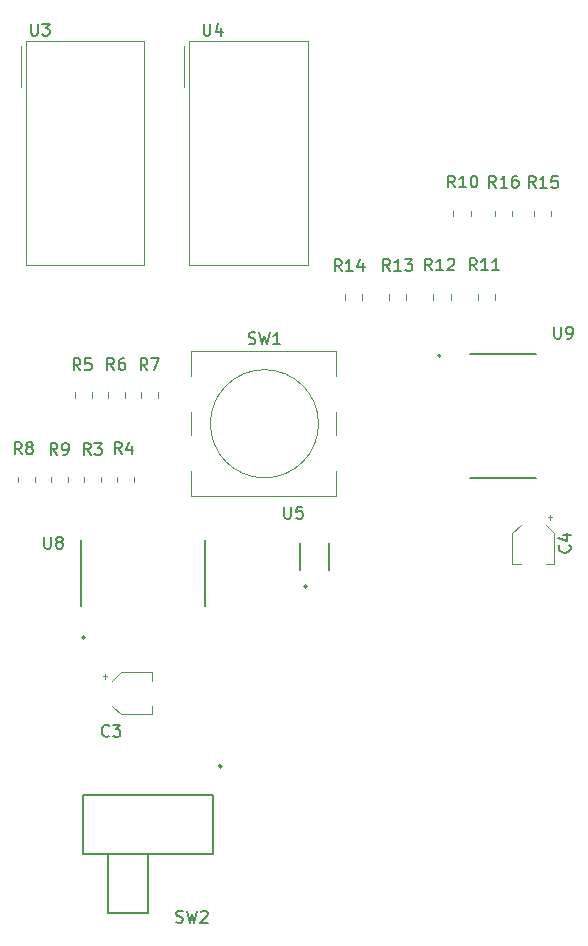
<source format=gbr>
%TF.GenerationSoftware,KiCad,Pcbnew,7.0.9*%
%TF.CreationDate,2023-12-30T23:58:47+01:00*%
%TF.ProjectId,Counter,436f756e-7465-4722-9e6b-696361645f70,rev?*%
%TF.SameCoordinates,Original*%
%TF.FileFunction,Legend,Top*%
%TF.FilePolarity,Positive*%
%FSLAX46Y46*%
G04 Gerber Fmt 4.6, Leading zero omitted, Abs format (unit mm)*
G04 Created by KiCad (PCBNEW 7.0.9) date 2023-12-30 23:58:47*
%MOMM*%
%LPD*%
G01*
G04 APERTURE LIST*
%ADD10C,0.150000*%
%ADD11C,0.120000*%
%ADD12C,0.127000*%
%ADD13C,0.152400*%
%ADD14C,0.200000*%
G04 APERTURE END LIST*
D10*
X103378095Y-106134819D02*
X103378095Y-106944342D01*
X103378095Y-106944342D02*
X103425714Y-107039580D01*
X103425714Y-107039580D02*
X103473333Y-107087200D01*
X103473333Y-107087200D02*
X103568571Y-107134819D01*
X103568571Y-107134819D02*
X103759047Y-107134819D01*
X103759047Y-107134819D02*
X103854285Y-107087200D01*
X103854285Y-107087200D02*
X103901904Y-107039580D01*
X103901904Y-107039580D02*
X103949523Y-106944342D01*
X103949523Y-106944342D02*
X103949523Y-106134819D01*
X104568571Y-106563390D02*
X104473333Y-106515771D01*
X104473333Y-106515771D02*
X104425714Y-106468152D01*
X104425714Y-106468152D02*
X104378095Y-106372914D01*
X104378095Y-106372914D02*
X104378095Y-106325295D01*
X104378095Y-106325295D02*
X104425714Y-106230057D01*
X104425714Y-106230057D02*
X104473333Y-106182438D01*
X104473333Y-106182438D02*
X104568571Y-106134819D01*
X104568571Y-106134819D02*
X104759047Y-106134819D01*
X104759047Y-106134819D02*
X104854285Y-106182438D01*
X104854285Y-106182438D02*
X104901904Y-106230057D01*
X104901904Y-106230057D02*
X104949523Y-106325295D01*
X104949523Y-106325295D02*
X104949523Y-106372914D01*
X104949523Y-106372914D02*
X104901904Y-106468152D01*
X104901904Y-106468152D02*
X104854285Y-106515771D01*
X104854285Y-106515771D02*
X104759047Y-106563390D01*
X104759047Y-106563390D02*
X104568571Y-106563390D01*
X104568571Y-106563390D02*
X104473333Y-106611009D01*
X104473333Y-106611009D02*
X104425714Y-106658628D01*
X104425714Y-106658628D02*
X104378095Y-106753866D01*
X104378095Y-106753866D02*
X104378095Y-106944342D01*
X104378095Y-106944342D02*
X104425714Y-107039580D01*
X104425714Y-107039580D02*
X104473333Y-107087200D01*
X104473333Y-107087200D02*
X104568571Y-107134819D01*
X104568571Y-107134819D02*
X104759047Y-107134819D01*
X104759047Y-107134819D02*
X104854285Y-107087200D01*
X104854285Y-107087200D02*
X104901904Y-107039580D01*
X104901904Y-107039580D02*
X104949523Y-106944342D01*
X104949523Y-106944342D02*
X104949523Y-106753866D01*
X104949523Y-106753866D02*
X104901904Y-106658628D01*
X104901904Y-106658628D02*
X104854285Y-106611009D01*
X104854285Y-106611009D02*
X104759047Y-106563390D01*
X109283539Y-92002816D02*
X108950206Y-91526625D01*
X108712111Y-92002816D02*
X108712111Y-91002816D01*
X108712111Y-91002816D02*
X109093063Y-91002816D01*
X109093063Y-91002816D02*
X109188301Y-91050435D01*
X109188301Y-91050435D02*
X109235920Y-91098054D01*
X109235920Y-91098054D02*
X109283539Y-91193292D01*
X109283539Y-91193292D02*
X109283539Y-91336149D01*
X109283539Y-91336149D02*
X109235920Y-91431387D01*
X109235920Y-91431387D02*
X109188301Y-91479006D01*
X109188301Y-91479006D02*
X109093063Y-91526625D01*
X109093063Y-91526625D02*
X108712111Y-91526625D01*
X110140682Y-91002816D02*
X109950206Y-91002816D01*
X109950206Y-91002816D02*
X109854968Y-91050435D01*
X109854968Y-91050435D02*
X109807349Y-91098054D01*
X109807349Y-91098054D02*
X109712111Y-91240911D01*
X109712111Y-91240911D02*
X109664492Y-91431387D01*
X109664492Y-91431387D02*
X109664492Y-91812339D01*
X109664492Y-91812339D02*
X109712111Y-91907577D01*
X109712111Y-91907577D02*
X109759730Y-91955197D01*
X109759730Y-91955197D02*
X109854968Y-92002816D01*
X109854968Y-92002816D02*
X110045444Y-92002816D01*
X110045444Y-92002816D02*
X110140682Y-91955197D01*
X110140682Y-91955197D02*
X110188301Y-91907577D01*
X110188301Y-91907577D02*
X110235920Y-91812339D01*
X110235920Y-91812339D02*
X110235920Y-91574244D01*
X110235920Y-91574244D02*
X110188301Y-91479006D01*
X110188301Y-91479006D02*
X110140682Y-91431387D01*
X110140682Y-91431387D02*
X110045444Y-91383768D01*
X110045444Y-91383768D02*
X109854968Y-91383768D01*
X109854968Y-91383768D02*
X109759730Y-91431387D01*
X109759730Y-91431387D02*
X109712111Y-91479006D01*
X109712111Y-91479006D02*
X109664492Y-91574244D01*
X108868985Y-122961933D02*
X108821366Y-123009553D01*
X108821366Y-123009553D02*
X108678509Y-123057172D01*
X108678509Y-123057172D02*
X108583271Y-123057172D01*
X108583271Y-123057172D02*
X108440414Y-123009553D01*
X108440414Y-123009553D02*
X108345176Y-122914314D01*
X108345176Y-122914314D02*
X108297557Y-122819076D01*
X108297557Y-122819076D02*
X108249938Y-122628600D01*
X108249938Y-122628600D02*
X108249938Y-122485743D01*
X108249938Y-122485743D02*
X108297557Y-122295267D01*
X108297557Y-122295267D02*
X108345176Y-122200029D01*
X108345176Y-122200029D02*
X108440414Y-122104791D01*
X108440414Y-122104791D02*
X108583271Y-122057172D01*
X108583271Y-122057172D02*
X108678509Y-122057172D01*
X108678509Y-122057172D02*
X108821366Y-122104791D01*
X108821366Y-122104791D02*
X108868985Y-122152410D01*
X109202319Y-122057172D02*
X109821366Y-122057172D01*
X109821366Y-122057172D02*
X109488033Y-122438124D01*
X109488033Y-122438124D02*
X109630890Y-122438124D01*
X109630890Y-122438124D02*
X109726128Y-122485743D01*
X109726128Y-122485743D02*
X109773747Y-122533362D01*
X109773747Y-122533362D02*
X109821366Y-122628600D01*
X109821366Y-122628600D02*
X109821366Y-122866695D01*
X109821366Y-122866695D02*
X109773747Y-122961933D01*
X109773747Y-122961933D02*
X109726128Y-123009553D01*
X109726128Y-123009553D02*
X109630890Y-123057172D01*
X109630890Y-123057172D02*
X109345176Y-123057172D01*
X109345176Y-123057172D02*
X109249938Y-123009553D01*
X109249938Y-123009553D02*
X109202319Y-122961933D01*
X101462333Y-99139376D02*
X101129000Y-98663185D01*
X100890905Y-99139376D02*
X100890905Y-98139376D01*
X100890905Y-98139376D02*
X101271857Y-98139376D01*
X101271857Y-98139376D02*
X101367095Y-98186995D01*
X101367095Y-98186995D02*
X101414714Y-98234614D01*
X101414714Y-98234614D02*
X101462333Y-98329852D01*
X101462333Y-98329852D02*
X101462333Y-98472709D01*
X101462333Y-98472709D02*
X101414714Y-98567947D01*
X101414714Y-98567947D02*
X101367095Y-98615566D01*
X101367095Y-98615566D02*
X101271857Y-98663185D01*
X101271857Y-98663185D02*
X100890905Y-98663185D01*
X102033762Y-98567947D02*
X101938524Y-98520328D01*
X101938524Y-98520328D02*
X101890905Y-98472709D01*
X101890905Y-98472709D02*
X101843286Y-98377471D01*
X101843286Y-98377471D02*
X101843286Y-98329852D01*
X101843286Y-98329852D02*
X101890905Y-98234614D01*
X101890905Y-98234614D02*
X101938524Y-98186995D01*
X101938524Y-98186995D02*
X102033762Y-98139376D01*
X102033762Y-98139376D02*
X102224238Y-98139376D01*
X102224238Y-98139376D02*
X102319476Y-98186995D01*
X102319476Y-98186995D02*
X102367095Y-98234614D01*
X102367095Y-98234614D02*
X102414714Y-98329852D01*
X102414714Y-98329852D02*
X102414714Y-98377471D01*
X102414714Y-98377471D02*
X102367095Y-98472709D01*
X102367095Y-98472709D02*
X102319476Y-98520328D01*
X102319476Y-98520328D02*
X102224238Y-98567947D01*
X102224238Y-98567947D02*
X102033762Y-98567947D01*
X102033762Y-98567947D02*
X101938524Y-98615566D01*
X101938524Y-98615566D02*
X101890905Y-98663185D01*
X101890905Y-98663185D02*
X101843286Y-98758423D01*
X101843286Y-98758423D02*
X101843286Y-98948899D01*
X101843286Y-98948899D02*
X101890905Y-99044137D01*
X101890905Y-99044137D02*
X101938524Y-99091757D01*
X101938524Y-99091757D02*
X102033762Y-99139376D01*
X102033762Y-99139376D02*
X102224238Y-99139376D01*
X102224238Y-99139376D02*
X102319476Y-99091757D01*
X102319476Y-99091757D02*
X102367095Y-99044137D01*
X102367095Y-99044137D02*
X102414714Y-98948899D01*
X102414714Y-98948899D02*
X102414714Y-98758423D01*
X102414714Y-98758423D02*
X102367095Y-98663185D01*
X102367095Y-98663185D02*
X102319476Y-98615566D01*
X102319476Y-98615566D02*
X102224238Y-98567947D01*
X141628905Y-76559464D02*
X141295572Y-76083273D01*
X141057477Y-76559464D02*
X141057477Y-75559464D01*
X141057477Y-75559464D02*
X141438429Y-75559464D01*
X141438429Y-75559464D02*
X141533667Y-75607083D01*
X141533667Y-75607083D02*
X141581286Y-75654702D01*
X141581286Y-75654702D02*
X141628905Y-75749940D01*
X141628905Y-75749940D02*
X141628905Y-75892797D01*
X141628905Y-75892797D02*
X141581286Y-75988035D01*
X141581286Y-75988035D02*
X141533667Y-76035654D01*
X141533667Y-76035654D02*
X141438429Y-76083273D01*
X141438429Y-76083273D02*
X141057477Y-76083273D01*
X142581286Y-76559464D02*
X142009858Y-76559464D01*
X142295572Y-76559464D02*
X142295572Y-75559464D01*
X142295572Y-75559464D02*
X142200334Y-75702321D01*
X142200334Y-75702321D02*
X142105096Y-75797559D01*
X142105096Y-75797559D02*
X142009858Y-75845178D01*
X143438429Y-75559464D02*
X143247953Y-75559464D01*
X143247953Y-75559464D02*
X143152715Y-75607083D01*
X143152715Y-75607083D02*
X143105096Y-75654702D01*
X143105096Y-75654702D02*
X143009858Y-75797559D01*
X143009858Y-75797559D02*
X142962239Y-75988035D01*
X142962239Y-75988035D02*
X142962239Y-76368987D01*
X142962239Y-76368987D02*
X143009858Y-76464225D01*
X143009858Y-76464225D02*
X143057477Y-76511845D01*
X143057477Y-76511845D02*
X143152715Y-76559464D01*
X143152715Y-76559464D02*
X143343191Y-76559464D01*
X143343191Y-76559464D02*
X143438429Y-76511845D01*
X143438429Y-76511845D02*
X143486048Y-76464225D01*
X143486048Y-76464225D02*
X143533667Y-76368987D01*
X143533667Y-76368987D02*
X143533667Y-76130892D01*
X143533667Y-76130892D02*
X143486048Y-76035654D01*
X143486048Y-76035654D02*
X143438429Y-75988035D01*
X143438429Y-75988035D02*
X143343191Y-75940416D01*
X143343191Y-75940416D02*
X143152715Y-75940416D01*
X143152715Y-75940416D02*
X143057477Y-75988035D01*
X143057477Y-75988035D02*
X143009858Y-76035654D01*
X143009858Y-76035654D02*
X142962239Y-76130892D01*
X114545818Y-138746660D02*
X114688897Y-138794352D01*
X114688897Y-138794352D02*
X114927361Y-138794352D01*
X114927361Y-138794352D02*
X115022747Y-138746660D01*
X115022747Y-138746660D02*
X115070440Y-138698967D01*
X115070440Y-138698967D02*
X115118133Y-138603581D01*
X115118133Y-138603581D02*
X115118133Y-138508195D01*
X115118133Y-138508195D02*
X115070440Y-138412809D01*
X115070440Y-138412809D02*
X115022747Y-138365116D01*
X115022747Y-138365116D02*
X114927361Y-138317423D01*
X114927361Y-138317423D02*
X114736590Y-138269730D01*
X114736590Y-138269730D02*
X114641204Y-138222038D01*
X114641204Y-138222038D02*
X114593511Y-138174345D01*
X114593511Y-138174345D02*
X114545818Y-138078959D01*
X114545818Y-138078959D02*
X114545818Y-137983573D01*
X114545818Y-137983573D02*
X114593511Y-137888187D01*
X114593511Y-137888187D02*
X114641204Y-137840494D01*
X114641204Y-137840494D02*
X114736590Y-137792801D01*
X114736590Y-137792801D02*
X114975054Y-137792801D01*
X114975054Y-137792801D02*
X115118133Y-137840494D01*
X115451983Y-137792801D02*
X115690448Y-138794352D01*
X115690448Y-138794352D02*
X115881219Y-138078959D01*
X115881219Y-138078959D02*
X116071991Y-138794352D01*
X116071991Y-138794352D02*
X116310456Y-137792801D01*
X116644306Y-137888187D02*
X116691999Y-137840494D01*
X116691999Y-137840494D02*
X116787385Y-137792801D01*
X116787385Y-137792801D02*
X117025849Y-137792801D01*
X117025849Y-137792801D02*
X117121235Y-137840494D01*
X117121235Y-137840494D02*
X117168928Y-137888187D01*
X117168928Y-137888187D02*
X117216621Y-137983573D01*
X117216621Y-137983573D02*
X117216621Y-138078959D01*
X117216621Y-138078959D02*
X117168928Y-138222038D01*
X117168928Y-138222038D02*
X116596613Y-138794352D01*
X116596613Y-138794352D02*
X117216621Y-138794352D01*
X132643977Y-83618838D02*
X132310644Y-83142647D01*
X132072549Y-83618838D02*
X132072549Y-82618838D01*
X132072549Y-82618838D02*
X132453501Y-82618838D01*
X132453501Y-82618838D02*
X132548739Y-82666457D01*
X132548739Y-82666457D02*
X132596358Y-82714076D01*
X132596358Y-82714076D02*
X132643977Y-82809314D01*
X132643977Y-82809314D02*
X132643977Y-82952171D01*
X132643977Y-82952171D02*
X132596358Y-83047409D01*
X132596358Y-83047409D02*
X132548739Y-83095028D01*
X132548739Y-83095028D02*
X132453501Y-83142647D01*
X132453501Y-83142647D02*
X132072549Y-83142647D01*
X133596358Y-83618838D02*
X133024930Y-83618838D01*
X133310644Y-83618838D02*
X133310644Y-82618838D01*
X133310644Y-82618838D02*
X133215406Y-82761695D01*
X133215406Y-82761695D02*
X133120168Y-82856933D01*
X133120168Y-82856933D02*
X133024930Y-82904552D01*
X133929692Y-82618838D02*
X134548739Y-82618838D01*
X134548739Y-82618838D02*
X134215406Y-82999790D01*
X134215406Y-82999790D02*
X134358263Y-82999790D01*
X134358263Y-82999790D02*
X134453501Y-83047409D01*
X134453501Y-83047409D02*
X134501120Y-83095028D01*
X134501120Y-83095028D02*
X134548739Y-83190266D01*
X134548739Y-83190266D02*
X134548739Y-83428361D01*
X134548739Y-83428361D02*
X134501120Y-83523599D01*
X134501120Y-83523599D02*
X134453501Y-83571219D01*
X134453501Y-83571219D02*
X134358263Y-83618838D01*
X134358263Y-83618838D02*
X134072549Y-83618838D01*
X134072549Y-83618838D02*
X133977311Y-83571219D01*
X133977311Y-83571219D02*
X133929692Y-83523599D01*
X102250595Y-62694819D02*
X102250595Y-63504342D01*
X102250595Y-63504342D02*
X102298214Y-63599580D01*
X102298214Y-63599580D02*
X102345833Y-63647200D01*
X102345833Y-63647200D02*
X102441071Y-63694819D01*
X102441071Y-63694819D02*
X102631547Y-63694819D01*
X102631547Y-63694819D02*
X102726785Y-63647200D01*
X102726785Y-63647200D02*
X102774404Y-63599580D01*
X102774404Y-63599580D02*
X102822023Y-63504342D01*
X102822023Y-63504342D02*
X102822023Y-62694819D01*
X103202976Y-62694819D02*
X103822023Y-62694819D01*
X103822023Y-62694819D02*
X103488690Y-63075771D01*
X103488690Y-63075771D02*
X103631547Y-63075771D01*
X103631547Y-63075771D02*
X103726785Y-63123390D01*
X103726785Y-63123390D02*
X103774404Y-63171009D01*
X103774404Y-63171009D02*
X103822023Y-63266247D01*
X103822023Y-63266247D02*
X103822023Y-63504342D01*
X103822023Y-63504342D02*
X103774404Y-63599580D01*
X103774404Y-63599580D02*
X103726785Y-63647200D01*
X103726785Y-63647200D02*
X103631547Y-63694819D01*
X103631547Y-63694819D02*
X103345833Y-63694819D01*
X103345833Y-63694819D02*
X103250595Y-63647200D01*
X103250595Y-63647200D02*
X103202976Y-63599580D01*
X107294307Y-99195453D02*
X106960974Y-98719262D01*
X106722879Y-99195453D02*
X106722879Y-98195453D01*
X106722879Y-98195453D02*
X107103831Y-98195453D01*
X107103831Y-98195453D02*
X107199069Y-98243072D01*
X107199069Y-98243072D02*
X107246688Y-98290691D01*
X107246688Y-98290691D02*
X107294307Y-98385929D01*
X107294307Y-98385929D02*
X107294307Y-98528786D01*
X107294307Y-98528786D02*
X107246688Y-98624024D01*
X107246688Y-98624024D02*
X107199069Y-98671643D01*
X107199069Y-98671643D02*
X107103831Y-98719262D01*
X107103831Y-98719262D02*
X106722879Y-98719262D01*
X107627641Y-98195453D02*
X108246688Y-98195453D01*
X108246688Y-98195453D02*
X107913355Y-98576405D01*
X107913355Y-98576405D02*
X108056212Y-98576405D01*
X108056212Y-98576405D02*
X108151450Y-98624024D01*
X108151450Y-98624024D02*
X108199069Y-98671643D01*
X108199069Y-98671643D02*
X108246688Y-98766881D01*
X108246688Y-98766881D02*
X108246688Y-99004976D01*
X108246688Y-99004976D02*
X108199069Y-99100214D01*
X108199069Y-99100214D02*
X108151450Y-99147834D01*
X108151450Y-99147834D02*
X108056212Y-99195453D01*
X108056212Y-99195453D02*
X107770498Y-99195453D01*
X107770498Y-99195453D02*
X107675260Y-99147834D01*
X107675260Y-99147834D02*
X107627641Y-99100214D01*
X139995331Y-83568786D02*
X139661998Y-83092595D01*
X139423903Y-83568786D02*
X139423903Y-82568786D01*
X139423903Y-82568786D02*
X139804855Y-82568786D01*
X139804855Y-82568786D02*
X139900093Y-82616405D01*
X139900093Y-82616405D02*
X139947712Y-82664024D01*
X139947712Y-82664024D02*
X139995331Y-82759262D01*
X139995331Y-82759262D02*
X139995331Y-82902119D01*
X139995331Y-82902119D02*
X139947712Y-82997357D01*
X139947712Y-82997357D02*
X139900093Y-83044976D01*
X139900093Y-83044976D02*
X139804855Y-83092595D01*
X139804855Y-83092595D02*
X139423903Y-83092595D01*
X140947712Y-83568786D02*
X140376284Y-83568786D01*
X140661998Y-83568786D02*
X140661998Y-82568786D01*
X140661998Y-82568786D02*
X140566760Y-82711643D01*
X140566760Y-82711643D02*
X140471522Y-82806881D01*
X140471522Y-82806881D02*
X140376284Y-82854500D01*
X141900093Y-83568786D02*
X141328665Y-83568786D01*
X141614379Y-83568786D02*
X141614379Y-82568786D01*
X141614379Y-82568786D02*
X141519141Y-82711643D01*
X141519141Y-82711643D02*
X141423903Y-82806881D01*
X141423903Y-82806881D02*
X141328665Y-82854500D01*
X136200561Y-83573970D02*
X135867228Y-83097779D01*
X135629133Y-83573970D02*
X135629133Y-82573970D01*
X135629133Y-82573970D02*
X136010085Y-82573970D01*
X136010085Y-82573970D02*
X136105323Y-82621589D01*
X136105323Y-82621589D02*
X136152942Y-82669208D01*
X136152942Y-82669208D02*
X136200561Y-82764446D01*
X136200561Y-82764446D02*
X136200561Y-82907303D01*
X136200561Y-82907303D02*
X136152942Y-83002541D01*
X136152942Y-83002541D02*
X136105323Y-83050160D01*
X136105323Y-83050160D02*
X136010085Y-83097779D01*
X136010085Y-83097779D02*
X135629133Y-83097779D01*
X137152942Y-83573970D02*
X136581514Y-83573970D01*
X136867228Y-83573970D02*
X136867228Y-82573970D01*
X136867228Y-82573970D02*
X136771990Y-82716827D01*
X136771990Y-82716827D02*
X136676752Y-82812065D01*
X136676752Y-82812065D02*
X136581514Y-82859684D01*
X137533895Y-82669208D02*
X137581514Y-82621589D01*
X137581514Y-82621589D02*
X137676752Y-82573970D01*
X137676752Y-82573970D02*
X137914847Y-82573970D01*
X137914847Y-82573970D02*
X138010085Y-82621589D01*
X138010085Y-82621589D02*
X138057704Y-82669208D01*
X138057704Y-82669208D02*
X138105323Y-82764446D01*
X138105323Y-82764446D02*
X138105323Y-82859684D01*
X138105323Y-82859684D02*
X138057704Y-83002541D01*
X138057704Y-83002541D02*
X137486276Y-83573970D01*
X137486276Y-83573970D02*
X138105323Y-83573970D01*
X144978512Y-76591214D02*
X144645179Y-76115023D01*
X144407084Y-76591214D02*
X144407084Y-75591214D01*
X144407084Y-75591214D02*
X144788036Y-75591214D01*
X144788036Y-75591214D02*
X144883274Y-75638833D01*
X144883274Y-75638833D02*
X144930893Y-75686452D01*
X144930893Y-75686452D02*
X144978512Y-75781690D01*
X144978512Y-75781690D02*
X144978512Y-75924547D01*
X144978512Y-75924547D02*
X144930893Y-76019785D01*
X144930893Y-76019785D02*
X144883274Y-76067404D01*
X144883274Y-76067404D02*
X144788036Y-76115023D01*
X144788036Y-76115023D02*
X144407084Y-76115023D01*
X145930893Y-76591214D02*
X145359465Y-76591214D01*
X145645179Y-76591214D02*
X145645179Y-75591214D01*
X145645179Y-75591214D02*
X145549941Y-75734071D01*
X145549941Y-75734071D02*
X145454703Y-75829309D01*
X145454703Y-75829309D02*
X145359465Y-75876928D01*
X146835655Y-75591214D02*
X146359465Y-75591214D01*
X146359465Y-75591214D02*
X146311846Y-76067404D01*
X146311846Y-76067404D02*
X146359465Y-76019785D01*
X146359465Y-76019785D02*
X146454703Y-75972166D01*
X146454703Y-75972166D02*
X146692798Y-75972166D01*
X146692798Y-75972166D02*
X146788036Y-76019785D01*
X146788036Y-76019785D02*
X146835655Y-76067404D01*
X146835655Y-76067404D02*
X146883274Y-76162642D01*
X146883274Y-76162642D02*
X146883274Y-76400737D01*
X146883274Y-76400737D02*
X146835655Y-76495975D01*
X146835655Y-76495975D02*
X146788036Y-76543595D01*
X146788036Y-76543595D02*
X146692798Y-76591214D01*
X146692798Y-76591214D02*
X146454703Y-76591214D01*
X146454703Y-76591214D02*
X146359465Y-76543595D01*
X146359465Y-76543595D02*
X146311846Y-76495975D01*
X116878095Y-62694819D02*
X116878095Y-63504342D01*
X116878095Y-63504342D02*
X116925714Y-63599580D01*
X116925714Y-63599580D02*
X116973333Y-63647200D01*
X116973333Y-63647200D02*
X117068571Y-63694819D01*
X117068571Y-63694819D02*
X117259047Y-63694819D01*
X117259047Y-63694819D02*
X117354285Y-63647200D01*
X117354285Y-63647200D02*
X117401904Y-63599580D01*
X117401904Y-63599580D02*
X117449523Y-63504342D01*
X117449523Y-63504342D02*
X117449523Y-62694819D01*
X118354285Y-63028152D02*
X118354285Y-63694819D01*
X118116190Y-62647200D02*
X117878095Y-63361485D01*
X117878095Y-63361485D02*
X118497142Y-63361485D01*
X128545906Y-83648718D02*
X128212573Y-83172527D01*
X127974478Y-83648718D02*
X127974478Y-82648718D01*
X127974478Y-82648718D02*
X128355430Y-82648718D01*
X128355430Y-82648718D02*
X128450668Y-82696337D01*
X128450668Y-82696337D02*
X128498287Y-82743956D01*
X128498287Y-82743956D02*
X128545906Y-82839194D01*
X128545906Y-82839194D02*
X128545906Y-82982051D01*
X128545906Y-82982051D02*
X128498287Y-83077289D01*
X128498287Y-83077289D02*
X128450668Y-83124908D01*
X128450668Y-83124908D02*
X128355430Y-83172527D01*
X128355430Y-83172527D02*
X127974478Y-83172527D01*
X129498287Y-83648718D02*
X128926859Y-83648718D01*
X129212573Y-83648718D02*
X129212573Y-82648718D01*
X129212573Y-82648718D02*
X129117335Y-82791575D01*
X129117335Y-82791575D02*
X129022097Y-82886813D01*
X129022097Y-82886813D02*
X128926859Y-82934432D01*
X130355430Y-82982051D02*
X130355430Y-83648718D01*
X130117335Y-82601099D02*
X129879240Y-83315384D01*
X129879240Y-83315384D02*
X130498287Y-83315384D01*
X146558095Y-88354819D02*
X146558095Y-89164342D01*
X146558095Y-89164342D02*
X146605714Y-89259580D01*
X146605714Y-89259580D02*
X146653333Y-89307200D01*
X146653333Y-89307200D02*
X146748571Y-89354819D01*
X146748571Y-89354819D02*
X146939047Y-89354819D01*
X146939047Y-89354819D02*
X147034285Y-89307200D01*
X147034285Y-89307200D02*
X147081904Y-89259580D01*
X147081904Y-89259580D02*
X147129523Y-89164342D01*
X147129523Y-89164342D02*
X147129523Y-88354819D01*
X147653333Y-89354819D02*
X147843809Y-89354819D01*
X147843809Y-89354819D02*
X147939047Y-89307200D01*
X147939047Y-89307200D02*
X147986666Y-89259580D01*
X147986666Y-89259580D02*
X148081904Y-89116723D01*
X148081904Y-89116723D02*
X148129523Y-88926247D01*
X148129523Y-88926247D02*
X148129523Y-88545295D01*
X148129523Y-88545295D02*
X148081904Y-88450057D01*
X148081904Y-88450057D02*
X148034285Y-88402438D01*
X148034285Y-88402438D02*
X147939047Y-88354819D01*
X147939047Y-88354819D02*
X147748571Y-88354819D01*
X147748571Y-88354819D02*
X147653333Y-88402438D01*
X147653333Y-88402438D02*
X147605714Y-88450057D01*
X147605714Y-88450057D02*
X147558095Y-88545295D01*
X147558095Y-88545295D02*
X147558095Y-88783390D01*
X147558095Y-88783390D02*
X147605714Y-88878628D01*
X147605714Y-88878628D02*
X147653333Y-88926247D01*
X147653333Y-88926247D02*
X147748571Y-88973866D01*
X147748571Y-88973866D02*
X147939047Y-88973866D01*
X147939047Y-88973866D02*
X148034285Y-88926247D01*
X148034285Y-88926247D02*
X148081904Y-88878628D01*
X148081904Y-88878628D02*
X148129523Y-88783390D01*
X120686667Y-89767200D02*
X120829524Y-89814819D01*
X120829524Y-89814819D02*
X121067619Y-89814819D01*
X121067619Y-89814819D02*
X121162857Y-89767200D01*
X121162857Y-89767200D02*
X121210476Y-89719580D01*
X121210476Y-89719580D02*
X121258095Y-89624342D01*
X121258095Y-89624342D02*
X121258095Y-89529104D01*
X121258095Y-89529104D02*
X121210476Y-89433866D01*
X121210476Y-89433866D02*
X121162857Y-89386247D01*
X121162857Y-89386247D02*
X121067619Y-89338628D01*
X121067619Y-89338628D02*
X120877143Y-89291009D01*
X120877143Y-89291009D02*
X120781905Y-89243390D01*
X120781905Y-89243390D02*
X120734286Y-89195771D01*
X120734286Y-89195771D02*
X120686667Y-89100533D01*
X120686667Y-89100533D02*
X120686667Y-89005295D01*
X120686667Y-89005295D02*
X120734286Y-88910057D01*
X120734286Y-88910057D02*
X120781905Y-88862438D01*
X120781905Y-88862438D02*
X120877143Y-88814819D01*
X120877143Y-88814819D02*
X121115238Y-88814819D01*
X121115238Y-88814819D02*
X121258095Y-88862438D01*
X121591429Y-88814819D02*
X121829524Y-89814819D01*
X121829524Y-89814819D02*
X122020000Y-89100533D01*
X122020000Y-89100533D02*
X122210476Y-89814819D01*
X122210476Y-89814819D02*
X122448572Y-88814819D01*
X123353333Y-89814819D02*
X122781905Y-89814819D01*
X123067619Y-89814819D02*
X123067619Y-88814819D01*
X123067619Y-88814819D02*
X122972381Y-88957676D01*
X122972381Y-88957676D02*
X122877143Y-89052914D01*
X122877143Y-89052914D02*
X122781905Y-89100533D01*
X104490473Y-99195453D02*
X104157140Y-98719262D01*
X103919045Y-99195453D02*
X103919045Y-98195453D01*
X103919045Y-98195453D02*
X104299997Y-98195453D01*
X104299997Y-98195453D02*
X104395235Y-98243072D01*
X104395235Y-98243072D02*
X104442854Y-98290691D01*
X104442854Y-98290691D02*
X104490473Y-98385929D01*
X104490473Y-98385929D02*
X104490473Y-98528786D01*
X104490473Y-98528786D02*
X104442854Y-98624024D01*
X104442854Y-98624024D02*
X104395235Y-98671643D01*
X104395235Y-98671643D02*
X104299997Y-98719262D01*
X104299997Y-98719262D02*
X103919045Y-98719262D01*
X104966664Y-99195453D02*
X105157140Y-99195453D01*
X105157140Y-99195453D02*
X105252378Y-99147834D01*
X105252378Y-99147834D02*
X105299997Y-99100214D01*
X105299997Y-99100214D02*
X105395235Y-98957357D01*
X105395235Y-98957357D02*
X105442854Y-98766881D01*
X105442854Y-98766881D02*
X105442854Y-98385929D01*
X105442854Y-98385929D02*
X105395235Y-98290691D01*
X105395235Y-98290691D02*
X105347616Y-98243072D01*
X105347616Y-98243072D02*
X105252378Y-98195453D01*
X105252378Y-98195453D02*
X105061902Y-98195453D01*
X105061902Y-98195453D02*
X104966664Y-98243072D01*
X104966664Y-98243072D02*
X104919045Y-98290691D01*
X104919045Y-98290691D02*
X104871426Y-98385929D01*
X104871426Y-98385929D02*
X104871426Y-98624024D01*
X104871426Y-98624024D02*
X104919045Y-98719262D01*
X104919045Y-98719262D02*
X104966664Y-98766881D01*
X104966664Y-98766881D02*
X105061902Y-98814500D01*
X105061902Y-98814500D02*
X105252378Y-98814500D01*
X105252378Y-98814500D02*
X105347616Y-98766881D01*
X105347616Y-98766881D02*
X105395235Y-98719262D01*
X105395235Y-98719262D02*
X105442854Y-98624024D01*
X147839580Y-106846666D02*
X147887200Y-106894285D01*
X147887200Y-106894285D02*
X147934819Y-107037142D01*
X147934819Y-107037142D02*
X147934819Y-107132380D01*
X147934819Y-107132380D02*
X147887200Y-107275237D01*
X147887200Y-107275237D02*
X147791961Y-107370475D01*
X147791961Y-107370475D02*
X147696723Y-107418094D01*
X147696723Y-107418094D02*
X147506247Y-107465713D01*
X147506247Y-107465713D02*
X147363390Y-107465713D01*
X147363390Y-107465713D02*
X147172914Y-107418094D01*
X147172914Y-107418094D02*
X147077676Y-107370475D01*
X147077676Y-107370475D02*
X146982438Y-107275237D01*
X146982438Y-107275237D02*
X146934819Y-107132380D01*
X146934819Y-107132380D02*
X146934819Y-107037142D01*
X146934819Y-107037142D02*
X146982438Y-106894285D01*
X146982438Y-106894285D02*
X147030057Y-106846666D01*
X147268152Y-105989523D02*
X147934819Y-105989523D01*
X146887200Y-106227618D02*
X147601485Y-106465713D01*
X147601485Y-106465713D02*
X147601485Y-105846666D01*
X123698095Y-103594819D02*
X123698095Y-104404342D01*
X123698095Y-104404342D02*
X123745714Y-104499580D01*
X123745714Y-104499580D02*
X123793333Y-104547200D01*
X123793333Y-104547200D02*
X123888571Y-104594819D01*
X123888571Y-104594819D02*
X124079047Y-104594819D01*
X124079047Y-104594819D02*
X124174285Y-104547200D01*
X124174285Y-104547200D02*
X124221904Y-104499580D01*
X124221904Y-104499580D02*
X124269523Y-104404342D01*
X124269523Y-104404342D02*
X124269523Y-103594819D01*
X125221904Y-103594819D02*
X124745714Y-103594819D01*
X124745714Y-103594819D02*
X124698095Y-104071009D01*
X124698095Y-104071009D02*
X124745714Y-104023390D01*
X124745714Y-104023390D02*
X124840952Y-103975771D01*
X124840952Y-103975771D02*
X125079047Y-103975771D01*
X125079047Y-103975771D02*
X125174285Y-104023390D01*
X125174285Y-104023390D02*
X125221904Y-104071009D01*
X125221904Y-104071009D02*
X125269523Y-104166247D01*
X125269523Y-104166247D02*
X125269523Y-104404342D01*
X125269523Y-104404342D02*
X125221904Y-104499580D01*
X125221904Y-104499580D02*
X125174285Y-104547200D01*
X125174285Y-104547200D02*
X125079047Y-104594819D01*
X125079047Y-104594819D02*
X124840952Y-104594819D01*
X124840952Y-104594819D02*
X124745714Y-104547200D01*
X124745714Y-104547200D02*
X124698095Y-104499580D01*
X109924114Y-99122219D02*
X109590781Y-98646028D01*
X109352686Y-99122219D02*
X109352686Y-98122219D01*
X109352686Y-98122219D02*
X109733638Y-98122219D01*
X109733638Y-98122219D02*
X109828876Y-98169838D01*
X109828876Y-98169838D02*
X109876495Y-98217457D01*
X109876495Y-98217457D02*
X109924114Y-98312695D01*
X109924114Y-98312695D02*
X109924114Y-98455552D01*
X109924114Y-98455552D02*
X109876495Y-98550790D01*
X109876495Y-98550790D02*
X109828876Y-98598409D01*
X109828876Y-98598409D02*
X109733638Y-98646028D01*
X109733638Y-98646028D02*
X109352686Y-98646028D01*
X110781257Y-98455552D02*
X110781257Y-99122219D01*
X110543162Y-98074600D02*
X110305067Y-98788885D01*
X110305067Y-98788885D02*
X110924114Y-98788885D01*
X106434808Y-92033097D02*
X106101475Y-91556906D01*
X105863380Y-92033097D02*
X105863380Y-91033097D01*
X105863380Y-91033097D02*
X106244332Y-91033097D01*
X106244332Y-91033097D02*
X106339570Y-91080716D01*
X106339570Y-91080716D02*
X106387189Y-91128335D01*
X106387189Y-91128335D02*
X106434808Y-91223573D01*
X106434808Y-91223573D02*
X106434808Y-91366430D01*
X106434808Y-91366430D02*
X106387189Y-91461668D01*
X106387189Y-91461668D02*
X106339570Y-91509287D01*
X106339570Y-91509287D02*
X106244332Y-91556906D01*
X106244332Y-91556906D02*
X105863380Y-91556906D01*
X107339570Y-91033097D02*
X106863380Y-91033097D01*
X106863380Y-91033097D02*
X106815761Y-91509287D01*
X106815761Y-91509287D02*
X106863380Y-91461668D01*
X106863380Y-91461668D02*
X106958618Y-91414049D01*
X106958618Y-91414049D02*
X107196713Y-91414049D01*
X107196713Y-91414049D02*
X107291951Y-91461668D01*
X107291951Y-91461668D02*
X107339570Y-91509287D01*
X107339570Y-91509287D02*
X107387189Y-91604525D01*
X107387189Y-91604525D02*
X107387189Y-91842620D01*
X107387189Y-91842620D02*
X107339570Y-91937858D01*
X107339570Y-91937858D02*
X107291951Y-91985478D01*
X107291951Y-91985478D02*
X107196713Y-92033097D01*
X107196713Y-92033097D02*
X106958618Y-92033097D01*
X106958618Y-92033097D02*
X106863380Y-91985478D01*
X106863380Y-91985478D02*
X106815761Y-91937858D01*
X112106665Y-92034819D02*
X111773332Y-91558628D01*
X111535237Y-92034819D02*
X111535237Y-91034819D01*
X111535237Y-91034819D02*
X111916189Y-91034819D01*
X111916189Y-91034819D02*
X112011427Y-91082438D01*
X112011427Y-91082438D02*
X112059046Y-91130057D01*
X112059046Y-91130057D02*
X112106665Y-91225295D01*
X112106665Y-91225295D02*
X112106665Y-91368152D01*
X112106665Y-91368152D02*
X112059046Y-91463390D01*
X112059046Y-91463390D02*
X112011427Y-91511009D01*
X112011427Y-91511009D02*
X111916189Y-91558628D01*
X111916189Y-91558628D02*
X111535237Y-91558628D01*
X112439999Y-91034819D02*
X113106665Y-91034819D01*
X113106665Y-91034819D02*
X112678094Y-92034819D01*
X138152299Y-76543589D02*
X137818966Y-76067398D01*
X137580871Y-76543589D02*
X137580871Y-75543589D01*
X137580871Y-75543589D02*
X137961823Y-75543589D01*
X137961823Y-75543589D02*
X138057061Y-75591208D01*
X138057061Y-75591208D02*
X138104680Y-75638827D01*
X138104680Y-75638827D02*
X138152299Y-75734065D01*
X138152299Y-75734065D02*
X138152299Y-75876922D01*
X138152299Y-75876922D02*
X138104680Y-75972160D01*
X138104680Y-75972160D02*
X138057061Y-76019779D01*
X138057061Y-76019779D02*
X137961823Y-76067398D01*
X137961823Y-76067398D02*
X137580871Y-76067398D01*
X139104680Y-76543589D02*
X138533252Y-76543589D01*
X138818966Y-76543589D02*
X138818966Y-75543589D01*
X138818966Y-75543589D02*
X138723728Y-75686446D01*
X138723728Y-75686446D02*
X138628490Y-75781684D01*
X138628490Y-75781684D02*
X138533252Y-75829303D01*
X139723728Y-75543589D02*
X139818966Y-75543589D01*
X139818966Y-75543589D02*
X139914204Y-75591208D01*
X139914204Y-75591208D02*
X139961823Y-75638827D01*
X139961823Y-75638827D02*
X140009442Y-75734065D01*
X140009442Y-75734065D02*
X140057061Y-75924541D01*
X140057061Y-75924541D02*
X140057061Y-76162636D01*
X140057061Y-76162636D02*
X140009442Y-76353112D01*
X140009442Y-76353112D02*
X139961823Y-76448350D01*
X139961823Y-76448350D02*
X139914204Y-76495970D01*
X139914204Y-76495970D02*
X139818966Y-76543589D01*
X139818966Y-76543589D02*
X139723728Y-76543589D01*
X139723728Y-76543589D02*
X139628490Y-76495970D01*
X139628490Y-76495970D02*
X139580871Y-76448350D01*
X139580871Y-76448350D02*
X139533252Y-76353112D01*
X139533252Y-76353112D02*
X139485633Y-76162636D01*
X139485633Y-76162636D02*
X139485633Y-75924541D01*
X139485633Y-75924541D02*
X139533252Y-75734065D01*
X139533252Y-75734065D02*
X139580871Y-75638827D01*
X139580871Y-75638827D02*
X139628490Y-75591208D01*
X139628490Y-75591208D02*
X139723728Y-75543589D01*
D11*
%TO.C,R6*%
X108741662Y-94347064D02*
X108741662Y-93892936D01*
X110211662Y-94347064D02*
X110211662Y-93892936D01*
%TO.C,C3*%
X108345000Y-117945000D02*
X108720000Y-117945000D01*
X108532500Y-117757500D02*
X108532500Y-118132500D01*
X109149437Y-118320000D02*
X109849437Y-117620000D01*
X109149437Y-120440000D02*
X109849437Y-121140000D01*
X109849437Y-117620000D02*
X112480000Y-117620000D01*
X109849437Y-121140000D02*
X112480000Y-121140000D01*
X112480000Y-117620000D02*
X112480000Y-118320000D01*
X112480000Y-121140000D02*
X112480000Y-120440000D01*
%TO.C,R8*%
X101124735Y-101519379D02*
X101124735Y-101065251D01*
X102594735Y-101519379D02*
X102594735Y-101065251D01*
%TO.C,R16*%
X141505000Y-78967064D02*
X141505000Y-78512936D01*
X142975000Y-78967064D02*
X142975000Y-78512936D01*
D12*
%TO.C,SW2*%
X117685455Y-132973931D02*
X106685455Y-132973931D01*
X117685455Y-127973931D02*
X117685455Y-132973931D01*
D13*
X112185455Y-137973931D02*
X108785455Y-137973931D01*
X112185455Y-133093931D02*
X112185455Y-137973931D01*
D12*
X111105455Y-127973931D02*
X110055455Y-127973931D01*
D13*
X108785455Y-137973931D02*
X108785455Y-133093931D01*
D12*
X106685455Y-132973931D02*
X106685455Y-127973931D01*
X106685455Y-127973931D02*
X117685455Y-127973931D01*
D14*
X118443567Y-125573931D02*
G75*
G03*
X118443567Y-125573931I-158112J0D01*
G01*
D11*
%TO.C,R13*%
X132572174Y-86065263D02*
X132572174Y-85611135D01*
X134042174Y-86065263D02*
X134042174Y-85611135D01*
%TO.C,U3*%
X101422500Y-64540000D02*
X101422500Y-68040000D01*
X101802500Y-64165000D02*
X111842500Y-64165000D01*
X101802500Y-83155000D02*
X101802500Y-64165000D01*
X111842500Y-64165000D02*
X111842500Y-83155000D01*
X111842500Y-83155000D02*
X101802500Y-83155000D01*
%TO.C,R3*%
X106718067Y-101519379D02*
X106718067Y-101065251D01*
X108188067Y-101519379D02*
X108188067Y-101065251D01*
%TO.C,R11*%
X140062572Y-86065263D02*
X140062572Y-85611135D01*
X141532572Y-86065263D02*
X141532572Y-85611135D01*
%TO.C,R12*%
X136317373Y-86065263D02*
X136317373Y-85611135D01*
X137787373Y-86065263D02*
X137787373Y-85611135D01*
%TO.C,R15*%
X144838731Y-78967064D02*
X144838731Y-78512936D01*
X146308731Y-78967064D02*
X146308731Y-78512936D01*
%TO.C,U4*%
X115250000Y-64540000D02*
X115250000Y-68040000D01*
X115630000Y-64165000D02*
X125670000Y-64165000D01*
X115630000Y-83155000D02*
X115630000Y-64165000D01*
X125670000Y-64165000D02*
X125670000Y-83155000D01*
X125670000Y-83155000D02*
X115630000Y-83155000D01*
%TO.C,R14*%
X128826975Y-86065263D02*
X128826975Y-85611135D01*
X130296975Y-86065263D02*
X130296975Y-85611135D01*
D12*
%TO.C,U9*%
X139446137Y-90620009D02*
X145046137Y-90620009D01*
X139446137Y-101120009D02*
X145046137Y-101120009D01*
D14*
X136911137Y-90815009D02*
G75*
G03*
X136911137Y-90815009I-100000J0D01*
G01*
D11*
%TO.C,SW1*%
X115770000Y-90370000D02*
X128070000Y-90370000D01*
X115770000Y-92490000D02*
X115770000Y-90370000D01*
X115770000Y-97490000D02*
X115770000Y-95550000D01*
X115770000Y-102670000D02*
X115770000Y-100550000D01*
X128070000Y-90370000D02*
X128070000Y-92490000D01*
X128070000Y-95550000D02*
X128070000Y-97490000D01*
X128070000Y-100550000D02*
X128070000Y-102670000D01*
X128070000Y-102670000D02*
X115770000Y-102670000D01*
X126599050Y-96560000D02*
G75*
G03*
X126599050Y-96560000I-4579050J0D01*
G01*
%TO.C,R9*%
X103921401Y-101519379D02*
X103921401Y-101065251D01*
X105391401Y-101519379D02*
X105391401Y-101065251D01*
%TO.C,C4*%
X146215000Y-104305000D02*
X146215000Y-104680000D01*
X146402500Y-104492500D02*
X146027500Y-104492500D01*
X145840000Y-105109437D02*
X146540000Y-105809437D01*
X143720000Y-105109437D02*
X143020000Y-105809437D01*
X146540000Y-105809437D02*
X146540000Y-108440000D01*
X143020000Y-105809437D02*
X143020000Y-108440000D01*
X146540000Y-108440000D02*
X145840000Y-108440000D01*
X143020000Y-108440000D02*
X143720000Y-108440000D01*
D12*
%TO.C,U5*%
X125045000Y-108965000D02*
X125045000Y-106665000D01*
X127455000Y-108965000D02*
X127455000Y-106665000D01*
D14*
X125600000Y-110340000D02*
G75*
G03*
X125600000Y-110340000I-100000J0D01*
G01*
D12*
%TO.C,U8*%
X106510000Y-112020000D02*
X106510000Y-106420000D01*
X117010000Y-112020000D02*
X117010000Y-106420000D01*
D14*
X106805000Y-114655000D02*
G75*
G03*
X106805000Y-114655000I-100000J0D01*
G01*
D11*
%TO.C,R4*%
X109514733Y-101519379D02*
X109514733Y-101065251D01*
X110984733Y-101519379D02*
X110984733Y-101065251D01*
%TO.C,R5*%
X105944996Y-94347064D02*
X105944996Y-93892936D01*
X107414996Y-94347064D02*
X107414996Y-93892936D01*
%TO.C,R7*%
X111538332Y-94347064D02*
X111538332Y-93892936D01*
X113008332Y-94347064D02*
X113008332Y-93892936D01*
%TO.C,R10*%
X138012519Y-78967064D02*
X138012519Y-78512936D01*
X139482519Y-78967064D02*
X139482519Y-78512936D01*
%TD*%
M02*

</source>
